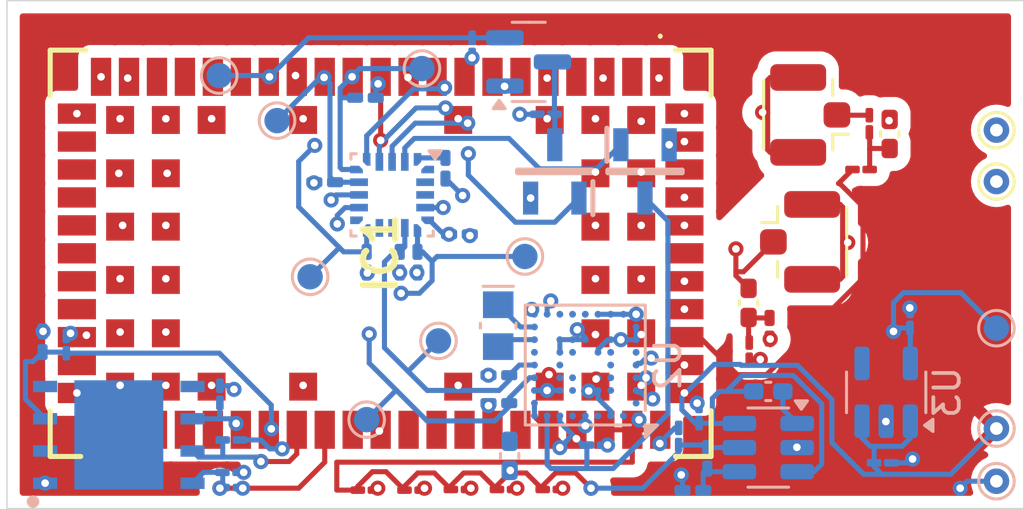
<source format=kicad_pcb>
(kicad_pcb (version 20240108) (generator "pcbnew") (generator_version "8.0")
  (layers (0 "F.Cu" signal) (1 "In1.Cu" power "1.8v") (2 "In2.Cu" power "gnd") (3 "In3.Cu" signal) (4 "In4.Cu" signal) (31 "B.Cu" signal) (34 "B.Paste" user) (35 "F.Paste" user) (36 "B.SilkS" user "B.Silkscreen") (37 "F.SilkS" user "F.Silkscreen") (38 "B.Mask" user) (39 "F.Mask" user) (44 "Edge.Cuts" user))
  (net 0 "")
  (net 1 "GND")
  (net 2 "+1V8")
  (net 3 "Net-(U1-PB9)")
  (net 4 "Net-(U1-PA14)")
  (net 5 "Net-(U1-PA13)")
  (net 12 "Net-(C3-Pad1)")
  (net 13 "Net-(U2-RTC_O)")
  (net 15 "Net-(U2-RTC_I)")
  (net 33 "VCC_FET")
  (net 34 "Net-(Q1-G)")
  (net 36 "Net-(L2-Pad1)")
  (net 37 "LTE_ON")
  (net 38 "Net-(Q2-G)")
  (net 39 "GPS_RF_IN")
  (net 40 "Net-(IC1-SIM_IO)")
  (net 41 "Net-(IC1-SIM_CLK)")
  (net 42 "Net-(IC1-VSIM)")
  (net 43 "Net-(IC1-SIM_RST)")
  (net 44 "+3.3V")
  (net 45 "PWR_ON")
  (net 46 "Net-(C14-Pad2)")
  (net 47 "LTE_RF")
  (net 48 "Net-(J2-In)")
  (net 51 "ST_UART2_LTE_TX")
  (net 64 "ST_UART2_LTE_RX")
  (net 69 "unconnected-(IC1-RSVD_11-Pad49)")
  (net 87 "ST_UART1_GPS_RX")
  (net 88 "ST_UART1_GPS_TX")
  (net 90 "ST_UART2_LTE_CTS")
  (net 91 "ST_UART2_LTE_RTS")
  (net 92 "3.8V")
  (net 93 "Net-(U4-SW)")
  (net 94 "Net-(U4-V_{FB})")
  (footprint "Capacitor_SMD:C_01005_0402Metric_Pad0.57x0.30mm_HandSolder" (layer "F.Cu") (at 147.1 97.15)
    (property "Reference" "C14" (hide yes))
    (property "Value" "15pF" (hide yes))
  )
  (footprint "Capacitor_SMD:C_01005_0402Metric_Pad0.57x0.30mm_HandSolder" (layer "F.Cu") (at 142.7 104.3025 -90)
    (property "Reference" "C3" (hide yes))
    (property "Value" "47pF" (hide yes))
  )
  (footprint "Capacitor_SMD:C_01005_0402Metric_Pad0.57x0.30mm_HandSolder" (layer "F.Cu") (at 131.300001 109.75)
    (property "Reference" "C17" (hide yes))
    (property "Value" "10nF" (hide yes))
  )
  (footprint "Connector_Coaxial:U.FL_Hirose_U.FL-R-SMT-1_Vertical" (layer "F.Cu") (at 145.1 95 180)
    (property "Reference" "J2" (hide yes))
    (property "Value" "Conn_Coaxial" (hide yes))
  )
  (footprint "Capacitor_SMD:C_01005_0402Metric_Pad0.57x0.30mm_HandSolder" (layer "F.Cu") (at 133.1125 109.75)
    (property "Reference" "C16" (hide yes))
    (property "Value" "100nF" (hide yes))
  )
  (footprint "Capacitor_SMD:C_01005_0402Metric_Pad0.57x0.30mm_HandSolder" (layer "F.Cu") (at 134.9125 109.75)
    (property "Reference" "C9" (hide yes))
    (property "Value" "100uF" (hide yes))
  )
  (footprint "sara n3:SARAN31000X" (layer "F.Cu") (at 128.2 100.45 -90)
    (property "Reference" "IC1")
    (property "Value" "SARA-N310-00X" (hide yes))
  )
  (footprint "Resistor_SMD:R_0201_0603Metric_Pad0.64x0.40mm_HandSolder" (layer "F.Cu") (at 143.5 103.4025 90)
    (property "Reference" "R3" (hide yes))
    (property "Value" "10" (hide yes))
  )
  (footprint "Capacitor_SMD:C_01005_0402Metric_Pad0.57x0.30mm_HandSolder" (layer "F.Cu") (at 127.637501 109.775)
    (property "Reference" "C19" (hide yes))
    (property "Value" "15pF" (hide yes))
  )
  (footprint "Capacitor_SMD:C_01005_0402Metric_Pad0.57x0.30mm_HandSolder" (layer "F.Cu") (at 129.475001 109.775)
    (property "Reference" "C18" (hide yes))
    (property "Value" "68pF" (hide yes))
  )
  (footprint "TestPoint:TestPoint_THTPad_D1.0mm_Drill0.5mm" (layer "F.Cu") (at 152.425 95.6)
    (property "Reference" "TP5" (hide yes))
    (property "Value" "SWDIO" (hide yes))
  )
  (footprint "Connector_Coaxial:U.FL_Hirose_U.FL-R-SMT-1_Vertical" (layer "F.Cu") (at 144.7 100)
    (property "Reference" "J1" (hide yes))
    (property "Value" "Conn_Coaxial" (hide yes))
  )
  (footprint "TestPoint:TestPoint_THTPad_D1.0mm_Drill0.5mm" (layer "F.Cu") (at 152.425 97.625 90)
    (property "Reference" "TP4" (hide yes))
    (property "Value" "SWCLK" (hide yes))
  )
  (footprint "Inductor_SMD:L_0402_1005Metric_Pad0.77x0.64mm_HandSolder" (layer "F.Cu") (at 148.225 95.75 90)
    (property "Reference" "L4" (hide yes))
    (property "Value" "39nH" (hide yes))
  )
  (footprint "Inductor_SMD:L_0402_1005Metric_Pad0.77x0.64mm_HandSolder" (layer "F.Cu") (at 142.675 102.4025 -90)
    (property "Reference" "L1" (hide yes))
    (property "Value" "L_Iron" (hide yes))
  )
  (footprint "Capacitor_SMD:C_01005_0402Metric_Pad0.57x0.30mm_HandSolder" (layer "F.Cu") (at 147.425 95.35 90)
    (property "Reference" "C15" (hide yes))
    (property "Value" "33pF" (hide yes))
  )
  (footprint "Resistor_SMD:R_0201_0603Metric_Pad0.64x0.40mm_HandSolder" (layer "B.Cu") (at 140.4825 109.775 180)
    (property "Reference" "R12" (hide yes))
    (property "Value" "50K" (hide yes))
  )
  (footprint "Resistor_SMD:R_0201_0603Metric_Pad0.64x0.40mm_HandSolder" (layer "B.Cu") (at 114.9 103.9325 90)
    (property "Reference" "R6" (hide yes))
    (property "Value" "10k" (hide yes))
  )
  (footprint "TestPoint:TestPoint_Pad_D1.0mm" (layer "B.Cu") (at 127.65 107 180)
    (property "Reference" "TP7" (hide yes))
    (property "Value" "TP_ST_UART1_RX" (hide yes))
  )
  (footprint "Capacitor_SMD:C_01005_0402Metric_Pad0.57x0.30mm_HandSolder" (layer "B.Cu") (at 122.325 109.675)
    (property "Reference" "C7" (hide yes))
    (property "Value" "33pF" (hide yes))
  )
  (footprint "Capacitor_SMD:C_01005_0402Metric_Pad0.57x0.30mm_HandSolder" (layer "B.Cu") (at 121.875 106 90)
    (property "Reference" "C6" (hide yes))
    (property "Value" "33pF" (hide yes))
  )
  (footprint "Capacitor_SMD:C_01005_0402Metric_Pad0.57x0.30mm_HandSolder" (layer "B.Cu") (at 122.325 107.8)
    (property "Reference" "C8" (hide yes))
    (property "Value" "33pF" (hide yes))
  )
  (footprint "TestPoint:TestPoint_Pad_D1.0mm" (layer "B.Cu") (at 121.85 93.45 180)
    (property "Reference" "TP2" (hide yes))
    (property "Value" "TestPoint" (hide yes))
  )
  (footprint "Package_DFN_QFN:ST_UFQFPN-20_3x3mm_P0.5mm" (layer "B.Cu") (at 128.65 98.15 180)
    (property "Reference" "U1" (hide yes))
    (property "Value" "STM32L011F3Ux" (hide yes))
  )
  (footprint "Package_TO_SOT_SMD:SOT-23" (layer "B.Cu") (at 134.025 92.9125)
    (property "Reference" "U7" (hide yes))
    (property "Value" "MCP1703Ax-120xxTT" (hide yes))
  )
  (footprint "TestPoint:TestPoint_Pad_D1.0mm" (layer "B.Cu") (at 129.825 93.175 180)
    (property "Reference" "TP9" (hide yes))
    (property "Value" "TP_ST_UART2_RX" (hide yes))
  )
  (footprint "TestPoint:TestPoint_Pad_D1.0mm" (layer "B.Cu") (at 152.425 103.4 90)
    (property "Reference" "TP6" (hide yes))
    (property "Value" "1V8" (hide yes))
  )
  (footprint "Capacitor_SMD:C_01005_0402Metric_Pad0.57x0.30mm_HandSolder" (layer "B.Cu") (at 122.3125 109.075)
    (property "Reference" "C12" (hide yes))
    (property "Value" "100nF" (hide yes))
  )
  (footprint "Resistor_SMD:R_0201_0603Metric_Pad0.64x0.40mm_HandSolder" (layer "B.Cu") (at 126 97.65 180)
    (property "Reference" "R21" (hide yes))
    (property "Value" "10k" (hide yes))
  )
  (footprint "Resistor_SMD:R_0201_0603Metric_Pad0.64x0.40mm_HandSolder" (layer "B.Cu") (at 128.95 100.8 -90)
    (property "Reference" "R18" (hide yes))
    (property "Value" "10k" (hide yes))
  )
  (footprint "TestPoint:TestPoint_THTPad_D1.0mm_Drill0.5mm" (layer "B.Cu") (at 152.425 109.425 -90)
    (property "Reference" "TP12_GND_OUT1" (hide yes))
    (property "Value" "3v3 In" (hide yes))
  )
  (footprint "TestPoint:TestPoint_Pad_D1.0mm" (layer "B.Cu") (at 124.125 95.225 90)
    (property "Reference" "TP8" (hide yes))
    (property "Value" "TP_ST_UART2_TX" (hide yes))
  )
  (footprint "Resistor_SMD:R_0201_0603Metric_Pad0.64x0.40mm_HandSolder" (layer "B.Cu") (at 129.65 100.8 -90)
    (property "Reference" "R9" (hide yes))
    (property "Value" "10k" (hide yes))
  )
  (footprint "Crystal:Crystal_SMD_MicroCrystal_CM9V-T1A-2Pin_1.6x1.0mm_HandSoldering" (layer "B.Cu") (at 132.825 103.3 -90)
    (property "Reference" "Y1" (hide yes))
    (property "Value" "Crystal" (hide yes))
  )
  (footprint "Capacitor_SMD:C_01005_0402Metric_Pad0.57x0.30mm_HandSolder" (layer "B.Cu") (at 139.925 107.6625 -90)
    (property "Reference" "C20" (hide yes))
    (property "Value" "10uF" (hide yes))
  )
  (footprint "Resistor_SMD:R_0201_0603Metric_Pad0.64x0.40mm_HandSolder" (layer "B.Cu") (at 127.6 94.325)
    (property "Reference" "R22" (hide yes))
    (property "Value" "10k" (hide yes))
  )
  (footprint "Capacitor_SMD:C_01005_0402Metric_Pad0.57x0.30mm_HandSolder" (layer "B.Cu") (at 136.65 108)
    (property "Reference" "C4" (hide yes))
    (property "Value" "0.1uF" (hide yes))
  )
  (footprint "Capacitor_SMD:C_01005_0402Metric_Pad0.57x0.30mm_HandSolder" (layer "B.Cu") (at 147.95 108.7)
    (property "Reference" "C1" (hide yes))
    (property "Value" "1uF" (hide yes))
  )
  (footprint "fet:SOT95P237X112-3N" (layer "B.Cu") (at 135.05 97.225 90)
    (property "Reference" "Q2" (hide yes))
    (property "Value" "SQ2318CES-T1_GE3" (hide yes))
  )
  (footprint "Package_TO_SOT_SMD:SOT-23-6" (layer "B.Cu") (at 143.450001 108.1 180)
    (property "Reference" "U4" (hide yes))
    (property "Value" "TLV61070ADBV" (hide yes))
  )
  (footprint "Package_TO_SOT_SMD:SOT-23-5" (layer "B.Cu") (at 148.0875 105.925 90)
    (property "Reference" "U3")
    (property "Value" "LP5907MFX-1.8" (hide yes))
  )
  (footprint "Capacitor_SMD:C_01005_0402Metric_Pad0.57x0.30mm_HandSolder" (layer "B.Cu") (at 140.725001 106.8 -90)
    (property "Reference" "C13" (hide yes))
    (property "Value" "10uF" (hide yes))
  )
  (footprint "Resistor_SMD:R_0201_0603Metric_Pad0.64x0.40mm_HandSolder" (layer "B.Cu") (at 132.85 106.35)
    (property "Reference" "R1" (hide yes))
    (property "Value" "10K" (hide yes))
  )
  (footprint "TestPoint:TestPoint_Pad_D1.0mm" (layer "B.Cu") (at 125.425 101.375 180)
    (property "Reference" "TP11" (hide yes))
    (property "Value" "TP_ST_UART2_CTS" (hide yes))
  )
  (footprint "esim:SON127P600X500X100-9N" (layer "B.Cu") (at 117.9 107.6)
    (property "Reference" "IC2" (hide yes))
    (property "Value" "ST4SI2M0020TPIFW" (hide yes))
  )
  (footprint "Resistor_SMD:R_0201_0603Metric_Pad0.64x0.40mm_HandSolder" (layer "B.Cu") (at 141.050001 108.52 -90)
    (property "Reference" "R11" (hide yes))
    (property "Value" "330K" (hide yes))
  )
  (footprint "TestPoint:TestPoint_Pad_D1.0mm" (layer "B.Cu") (at 130.475 103.9 180)
    (property "Reference" "TP3" (hide yes))
    (property "Value" "TP_ST_UART1_TX" (hide yes))
  )
  (footprint "Resistor_SMD:R_0201_0603Metric_Pad0.64x0.40mm_HandSolder" (layer "B.Cu") (at 131.3 99.7)
    (property "Reference" "R17" (hide yes))
    (property "Value" "10k" (hide yes))
  )
  (footprint "TestPoint:TestPoint_THTPad_D1.0mm_Drill0.5mm" (layer "B.Cu") (at 152.425 107.35 180)
    (property "Reference" "TP1" (hide yes))
    (property "Value" "3v3 In" (hide yes))
  )
  (footprint "Resistor_SMD:R_0201_0603Metric_Pad0.64x0.40mm_HandSolder" (layer "B.Cu") (at 132.85 105.25)
    (property "Reference" "R2" (hide yes))
    (property "Value" "10K" (hide yes))
  )
  (footprint "Resistor_SMD:R_0201_0603Metric_Pad0.64x0.40mm_HandSolder" (layer "B.Cu") (at 130.75 97.1 -90)
    (property "Reference" "R16" (hide yes))
    (property "Value" "10K" (hide yes))
  )
  (footprint "RF_GPS:ublox_ZOE_M8" (layer "B.Cu") (at 136.25 104.85 90)
    (property "Reference" "U2")
    (property "Value" "ZOE-M8G" (hide yes))
  )
  (footprint "Inductor_SMD:L_0402_1005Metric_Pad0.77x0.64mm_HandSolder" (layer "B.Cu") (at 133.275 108.425 -90)
    (property "Reference" "L2" (hide yes))
    (property "Value" "2.2uH" (hide yes))
  )
  (footprint "Inductor_SMD:L_0402_1005Metric_Pad0.77x0.64mm_HandSolder" (layer "B.Cu") (at 143.450001 105.8875)
    (property "Reference" "L3" (hide yes))
    (property "Value" "1uF" (hide yes))
  )
  (footprint "TestPoint:TestPoint_Pad_D1.0mm" (layer "B.Cu") (at 133.875 100.575 180)
    (property "Reference" "TP10" (hide yes))
    (property "Value" "TP_ST_UART2_RTS" (hide yes))
  )
  (footprint "Capacitor_SMD:C_01005_0402Metric_Pad0.57x0.30mm_HandSolder" (layer "B.Cu") (at 149.025 103.05 90)
    (property "Reference" "C2" (hide yes))
    (property "Value" "1uF" (hide yes))
  )
  (footprint "Capacitor_SMD:C_01005_0402Metric_Pad0.57x0.30mm_HandSolder" (layer "B.Cu") (at 115.834547 104.043506 90)
    (property "Reference" "C5" (hide yes))
    (property "Value" "33pF" (hide yes))
  )
  (footprint "Resistor_SMD:R_0201_0603Metric_Pad0.64x0.40mm_HandSolder" (layer "B.Cu") (at 127.65 100.8 -90)
    (property "Reference" "R10" (hide yes))
    (property "Value" "10k" (hide yes))
  )
  (footprint "Capacitor_SMD:C_01005_0402Metric_Pad0.57x0.30mm_HandSolder" (layer "B.Cu") (at 131.8 92.3 -90)
    (property "Reference" "C11" (hide yes))
    (property "Value" "1uF" (hide yes))
  )
  (footprint "fet:SOT95P237X112-3N" (layer "B.Cu") (at 138.6 97.225 -90)
    (property "Reference" "Q1" (hide yes))
    (property "Value" "SQ2318CES-T1_GE3" (hide yes))
  )
  (footprint "Capacitor_SMD:C_01005_0402Metric_Pad0.57x0.30mm_HandSolder" (layer "B.Cu") (at 134.7 94.975 180)
    (property "Reference" "C10" (hide yes))
    (property "Value" "1uF" (hide yes))
  )
  (gr_line (start 113.5 90.5) (end 153.5 90.5) (stroke (width 0.05)) (layer "Edge.Cuts"))
  (gr_line (start 113.5 90.5) (end 113.5 110.5) (stroke (width 0.05)) (layer "Edge.Cuts"))
  (gr_line (start 153.5 110.5) (end 153.5 90.5) (stroke (width 0.05)) (layer "Edge.Cuts"))
  (gr_line (start 113.5 110.5) (end 153.5 110.5) (stroke (width 0.05)) (layer "Edge.Cuts"))
  (segment (start 138.45 103.6) (end 138.45 103.65) (width 0.2) (layer "F.Cu") (net 1))
  (segment (start 138.45 97.3) (end 138.45 97.25) (width 0.2) (layer "F.Cu") (net 1))
  (segment (start 131.700001 109.75) (end 131.750001 109.7) (width 0.2) (layer "F.Cu") (net 1))
  (segment (start 138.45 105.7) (end 138.45 105.65) (width 0.2) (layer "F.Cu") (net 1))
  (segment (start 131.25 105.7) (end 131.25 105.65) (width 0.2) (layer "F.Cu") (net 1))
  (segment (start 144.625 93.525) (end 143.525 93.525) (width 0.2) (layer "F.Cu") (net 1))
  (segment (start 136.65 99.4) (end 136.65 99.35) (width 0.2) (layer "F.Cu") (net 1))
  (segment (start 136.65 97.3) (end 136.65 97.25) (width 0.2) (layer "F.Cu") (net 1))
  (segment (start 117.95 105.7) (end 117.95 105.65) (width 0.2) (layer "F.Cu") (net 1))
  (segment (start 117.95 103.6) (end 117.95 103.55) (width 0.2) (layer "F.Cu") (net 1))
  (segment (start 119.75 101.5) (end 119.75 101.45) (width 0.2) (layer "F.Cu") (net 1))
  (segment (start 145.175 101.475) (end 146.275 101.475) (width 0.2) (layer "F.Cu") (net 1))
  (segment (start 142.7 104.64) (end 143.121925 104.64) (width 0.2) (layer "F.Cu") (net 1))
  (segment (start 143.121925 104.64) (end 143.134425 104.6275) (width 0.2) (layer "F.Cu") (net 1))
  (segment (start 143.425 94.9) (end 143.225 94.9) (width 0.2) (layer "F.Cu") (net 1))
  (segment (start 134.8 93.5) (end 134.75 93.55) (width 0.2) (layer "F.Cu") (net 1))
  (segment (start 117.95 101.5) (end 117.95 101.45) (width 0.2) (layer "F.Cu") (net 1))
  (segment (start 143.425 96.375) (end 143.525 96.475) (width 0.2) (layer "F.Cu") (net 1))
  (segment (start 136.65 105.7) (end 136.65 105.425) (width 0.2) (layer "F.Cu") (net 1))
  (segment (start 121.55 105.7) (end 121.55 105.65) (width 0.2) (layer "F.Cu") (net 1))
  (segment (start 117.95 97.3) (end 117.9 97.3) (width 0.2) (layer "F.Cu") (net 1))
  (segment (start 134.8 95.2) (end 134.75 95.15) (width 0.2) (layer "F.Cu") (net 1))
  (segment (start 134.85 95.2) (end 134.8 95.2) (width 0.2) (layer "F.Cu") (net 1))
  (segment (start 119.75 97.3) (end 119.8 97.3) (width 0.2) (layer "F.Cu") (net 1))
  (segment (start 119.75 105.7) (end 119.75 105.65) (width 0.2) (layer "F.Cu") (net 1))
  (segment (start 119.75 103.6) (end 119.75 103.55) (width 0.2) (layer "F.Cu") (net 1))
  (segment (start 138.45 95.2) (end 138.45 95.25) (width 0.2) (layer "F.Cu") (net 1))
  (segment (start 148.225 95.2) (end 148.2 95.225) (width 0.2) (layer "F.Cu") (net 1))
  (segment (start 146.375 101.375) (end 146.375 100.025) (width 0.2) (layer "F.Cu") (net 1))
  (segment (start 138.45 101.5) (end 138.45 101.45) (width 0.2) (layer "F.Cu") (net 1))
  (segment (start 137 93.5) (end 136.95 93.55) (width 0.2) (layer "F.Cu") (net 1))
  (segment (start 118 99.4) (end 118.05 99.35) (width 0.2) (layer "F.Cu") (net 1))
  (segment (start 146.375 98.625) (end 146.275 98.525) (width 0.2) (layer "F.Cu") (net 1))
  (segment (start 136.65 95.2) (end 136.65 95.15) (width 0.2) (layer "F.Cu") (net 1))
  (segment (start 146.275 101.475) (end 146.375 101.375) (width 0.2) (layer "F.Cu") (net 1))
  (segment (start 143.525 93.525) (end 143.425 93.625) (width 0.2) (layer "F.Cu") (net 1))
  (segment (start 136.65 103.6) (end 136.65 103.65) (width 0.2) (layer "F.Cu") (net 1))
  (segment (start 139.2 93.5) (end 139.15 93.55) (width 0.2) (layer "F.Cu") (net 1))
  (segment (start 117.95 99.4) (end 118 99.4) (width 0.2) (layer "F.Cu") (net 1))
  (segment (start 143.425 93.625) (end 143.425 94.9) (width 0.2) (layer "F.Cu") (net 1))
  (segment (start 128.2 107.4) (end 128.15 107.45) (width 0.2) (layer "F.Cu") (net 1))
  (segment (start 135.9 107.4) (end 135.9 107.75) (width 0.2) (layer "F.Cu") (net 1))
  (segment (start 135.312499 109.75) (end 135.362499 109.7) (width 0.2) (layer "F.Cu") (net 1))
  (segment (start 143.525 96.475) (end 144.625 96.475) (width 0.2) (layer "F.Cu") (net 1))
  (segment (start 129.812501 109.775) (end 129.85 109.775) (width 0.2) (layer "F.Cu") (net 1))
  (segment (start 131.25 95.2) (end 131.25 95.15) (width 0.2) (layer "F.Cu") (net 1))
  (segment (start 148.225 95.1775) (end 148.225 95.2) (width 0.2) (layer "F.Cu") (net 1))
  (segment (start 128.0125 109.775) (end 128.0875 109.7) (width 0.2) (layer "F.Cu") (net 1))
  (segment (start 134.85 105.7) (end 134.85 105.25) (width 0.2) (layer "F.Cu") (net 1))
  (segment (start 134.85 105.25) (end 134.825 105.225) (width 0.2) (layer "F.Cu") (net 1))
  (segment (start 129.85 109.775) (end 129.925 109.7) (width 0.2) (layer "F.Cu") (net 1))
  (segment (start 127.975001 109.775) (end 128.0125 109.775) (width 0.2) (layer "F.Cu") (net 1))
  (segment (start 133.45 109.75) (end 133.512499 109.75) (width 0.2) (layer "F.Cu") (net 1))
  (segment (start 146.375 100.025) (end 146.575 100.025) (width 0.2) (layer "F.Cu") (net 1))
  (segment (start 118.3 93.5) (end 118.25 93.55) (width 0.2) (layer "F.Cu") (net 1))
  (segment (start 124.9 93.5) (end 124.85 93.45) (width 0.2) (layer "F.Cu") (net 1))
  (segment (start 131.637501 109.75) (end 131.700001 109.75) (width 0.2) (layer "F.Cu") (net 1))
  (segment (start 119.75 95.2) (end 119.75 95.15) (width 0.2) (layer "F.Cu") (net 1))
  (segment (start 119.75 99.4) (end 119.75 99.35) (width 0.2) (layer "F.Cu") (net 1))
  (segment (start 146.275 98.525) (end 145.175 98.525) (width 0.2) (layer "F.Cu") (net 1))
  (segment (start 136.65 101.5) (end 136.65 101.45) (width 0.2) (layer "F.Cu") (net 1))
  (segment (start 136.65 105.425) (end 136.675 105.4) (width 0.2) (layer "F.Cu") (net 1))
  (segment (start 146.375 100.025) (end 146.375 98.625) (width 0.2) (layer "F.Cu") (net 1))
  (segment (start 125.15 105.7) (end 125.15 105.65) (width 0.2) (layer "F.Cu") (net 1))
  (segment (start 138.45 99.4) (end 138.45 99.35) (width 0.2) (layer "F.Cu") (net 1))
  (segment (start 125.15 95.2) (end 125.15 95.15) (width 0.2) (layer "F.Cu") (net 1))
  (segment (start 133.512499 109.75) (end 133.562499 109.7) (width 0.2) (layer "F.Cu") (net 1))
  (segment (start 121.55 95.2) (end 121.55 95.15) (width 0.2) (layer "F.Cu") (net 1))
  (segment (start 117.95 95.2) (end 117.95 95.15) (width 0.2) (layer "F.Cu") (net 1))
  (segment (start 143.425 94.9) (end 143.425 96.375) (width 0.2) (layer "F.Cu") (net 1))
  (segment (start 135.25 109.75) (end 135.312499 109.75) (width 0.2) (layer "F.Cu") (net 1))
  (via blind (at 135.362499 109.7) (size 0.6) (drill 0.3) (layers "F.Cu" "In2.Cu") (net 1))
  (via blind (at 119.75 95.15) (size 0.6) (drill 0.3) (layers "F.Cu" "In2.Cu") (net 1))
  (via blind (at 138.45 105.65) (size 0.6) (drill 0.3) (layers "F.Cu" "In2.Cu") (net 1))
  (via blind (at 140.15 101.55) (size 0.6) (drill 0.3) (layers "F.Cu" "In2.Cu") (net 1))
  (via blind (at 136.65 103.65) (size 0.6) (drill 0.3) (layers "F.Cu" "In2.Cu") (net 1))
  (via blind (at 148.2 95.225) (size 0.6) (drill 0.3) (layers "F.Cu" "In2.Cu") (net 1))
  (via blind (at 119.8 97.3) (size 0.6) (drill 0.3) (layers "F.Cu" "In2.Cu") (net 1))
  (via blind (at 128.0875 109.7) (size 0.6) (drill 0.3) (layers "F.Cu" "In2.Cu") (net 1))
  (via blind (at 131.750001 109.7) (size 0.6) (drill 0.3) (layers "F.Cu" "In2.Cu") (net 1))
  (via blind (at 129.925 109.7) (size 0.6) (drill 0.3) (layers "F.Cu" "In2.Cu") (net 1))
  (via blind (at 139.15 93.55) (size 0.6) (drill 0.3) (layers "F.Cu" "In2.Cu") (net 1))
  (via blind (at 124.85 93.45) (size 0.6) (drill 0.3) (layers "F.Cu" "In2.Cu") (net 1))
  (via blind (at 136.65 97.25) (size 0.6) (drill 0.3) (layers "F.Cu" "In2.Cu") (net 1))
  (via blind (at 118.05 99.35) (size 0.6) (drill 0.3) (layers "F.Cu" "In2.Cu") (net 1))
  (via blind (at 140.15 105.95) (size 0.6) (drill 0.3) (layers "F.Cu" "In2.Cu") (net 1))
  (via blind (at 117.95 95.15) (size 0.6) (drill 0.3) (layers "F.Cu" "In2.Cu") (net 1))
  (via blind (at 131.25 105.65) (size 0.6) (drill 0.3) (layers "F.Cu" "In2.Cu") (net 1))
  (via blind (at 136.95 93.55) (size 0.6) (drill 0.3) (layers "F.Cu" "In2.Cu") (net 1))
  (via blind (at 119.75 101.45) (size 0.6) (drill 0.3) (layers "F.Cu" "In2.Cu") (net 1))
  (via blind (at 138.45 97.25) (size 0.6) (drill 0.3) (layers "F.Cu" "In2.Cu") (net 1))
  (via blind (at 117.95 103.55) (size 0.6) (drill 0.3) (layers "F.Cu" "In2.Cu") (net 1))
  (via blind (at 146.575 100.025) (size 0.6) (drill 0.3) (layers "F.Cu" "In2.Cu") (net 1))
  (via blind (at 119.75 105.65) (size 0.6) (drill 0.3) (layers "F.Cu" "In2.Cu") (net 1))
  (via blind (at 136.65 95.15) (size 0.6) (drill 0.3) (layers "F.Cu" "In2.Cu") (net 1))
  (via blind (at 140.15 98.25) (size 0.6) (drill 0.3) (layers "F.Cu" "In2.Cu") (net 1))
  (via blind (at 136.65 101.45) (size 0.6) (drill 0.3) (layers "F.Cu" "In2.Cu") (net 1))
  (via blind (at 125.15 95.15) (size 0.6) (drill 0.3) (layers "F.Cu" "In2.Cu") (net 1))
  (via blind (at 121.55 95.15) (size 0.6) (drill 0.3) (layers "F.Cu" "In2.Cu") (net 1))
  (via blind (at 116.625 103.675) (size 0.6) (drill 0.3) (layers "F.Cu" "In2.Cu") (net 1))
  (via blind (at 125.15 105.65) (size 0.6) (drill 0.3) (layers "F.Cu" "In2.Cu") (net 1))
  (via blind (at 117.95 101.45) (size 0.6) (drill 0.3) (layers "F.Cu" "In2.Cu") (net 1))
  (via blind (at 131.25 95.15) (size 0.6) (drill 0.3) (layers "F.Cu" "In2.Cu") (net 1))
  (via blind (at 143.225 94.9) (size 0.6) (drill 0.3) (layers "F.Cu" "In2.Cu") (net 1))
  (via blind (at 118.25 93.55) (size 0.6) (drill 0.3) (layers "F.Cu" "In2.Cu") (net 1))
  (via blind (at 143.134425 104.6275) (size 0.6) (drill 0.3) (layers "F.Cu" "In2.Cu") (net 1))
  (via blind (at 116.25 105.95) (size 0.6) (drill 0.3) (layers "F.Cu" "In2.Cu") (net 1))
  (via blind (at 117.95 105.65) (size 0.6) (drill 0.3) (layers "F.Cu" "In2.Cu") (net 1))
  (via blind (at 133.562499 109.7) (size 0.6) (drill 0.3) (layers "F.Cu" "In2.Cu") (net 1))
  (via blind (at 117.2 93.5) (size 0.6) (drill 0.3) (layers "F.Cu" "In2.Cu") (net 1))
  (via blind (at 134.75 93.55) (size 0.6) (drill 0.3) (layers "F.Cu" "In2.Cu") (net 1))
  (via blind (at 121.55 105.65) (size 0.6) (drill 0.3) (layers "F.Cu" "In2.Cu") (net 1))
  (via blind (at 117.9 97.3) (size 0.6) (drill 0.3) (layers "F.Cu" "In2.Cu") (net 1))
  (via blind (at 136.675 105.4) (size 0.6) (drill 0.3) (layers "F.Cu" "In2.Cu") (net 1))
  (via blind (at 138.45 99.35) (size 0.6) (drill 0.3) (layers "F.Cu" "In2.Cu") (net 1))
  (via blind (at 140.15 102.65) (size 0.6) (drill 0.3) (layers "F.Cu" "In2.Cu") (net 1))
  (via blind (at 128.15 107.45) (size 0.6) (drill 0.3) (layers "F.Cu" "In2.Cu") (net 1))
  (via blind (at 138.45 103.65) (size 0.6) (drill 0.3) (layers "F.Cu" "In2.Cu") (net 1))
  (via blind (at 134.825 105.225) (size 0.6) (drill 0.3) (layers "F.Cu" "In2.Cu") (net 1))
  (via blind (at 134.75 95.15) (size 0.6) (drill 0.3) (layers "F.Cu" "In2.Cu") (net 1))
  (via blind (at 136.65 99.35) (size 0.6) (drill 0.3) (layers "F.Cu" "In2.Cu") (net 1))
  (via blind (at 140.15 94.95) (size 0.6) (drill 0.3) (layers "F.Cu" "In2.Cu") (net 1))
  (via blind (at 140.15 104.85) (size 0.6) (drill 0.3) (layers "F.Cu" "In2.Cu") (net 1))
  (via blind (at 116.25 94.95) (size 0.6) (drill 0.3) (layers "F.Cu" "In2.Cu") (net 1))
  (via blind (at 138.45 101.45) (size 0.6) (drill 0.3) (layers "F.Cu" "In2.Cu") (net 1))
  (via blind (at 140.15 99.35) (size 0.6) (drill 0.3) (layers "F.Cu" "In2.Cu") (net 1))
  (via blind (at 119.75 99.35) (size 0.6) (drill 0.3) (layers "F.Cu" "In2.Cu") (net 1))
  (via blind (at 135.9 107.75) (size 0.6) (drill 0.3) (layers "F.Cu" "In2.Cu") (net 1))
  (via blind (at 140.15 96.05) (size 0.6) (drill 0.3) (layers "F.Cu" "In2.Cu") (net 1))
  (via blind (at 119.75 103.55) (size 0.6) (drill 0.3) (layers "F.Cu" "In2.Cu") (net 1))
  (via blind (at 138.45 95.25) (size 0.6) (drill 0.3) (layers "F.Cu" "In2.Cu") (net 1))
  (via blind (at 134.75 105.85) (size 0.6) (drill 0.3) (layers "In2.Cu" "B.Cu") (net 1))
  (via blind (at 135.934888 103.457491) (size 0.6) (drill 0.3) (layers "In2.Cu" "B.Cu") (net 1))
  (via blind (at 139.55 96.175) (size 0.6) (drill 0.3) (layers "In2.Cu" "B.Cu") (net 1))
  (via blind (at 136.250001 107.241443) (size 0.6) (drill 0.3) (layers "In2.Cu" "B.Cu") (net 1))
  (via blind (at 134.144375 102.659093) (size 0.6) (drill 0.3) (layers "In2.Cu" "B.Cu") (net 1))
  (via blind (at 133.675 94.975) (size 0.6) (drill 0.3) (layers "In2.Cu" "B.Cu") (net 1))
  (via blind (at 126.495 99.292402) (size 0.6) (drill 0.3) (layers "In2.Cu" "B.Cu") (net 1))
  (via blind (at 139.181674 107.941855) (size 0.6) (drill 0.3) (layers "In2.Cu" "B.Cu") (net 1))
  (via blind (at 149.015547 102.600001) (size 0.6) (drill 0.3) (layers "In2.Cu" "B.Cu") (net 1))
  (via blind (at 122.775 109.7) (size 0.6) (drill 0.3) (layers "In2.Cu" "B.Cu") (net 1))
  (via blind (at 140.650001 106.350001) (size 0.6) (drill 0.3) (layers "In2.Cu" "B.Cu") (net 1))
  (via blind (at 122.430009 105.808411) (size 0.6) (drill 0.3) (layers "In2.Cu" "B.Cu") (net 1))
  (via blind (at 138.902161 106.184372) (size 0.6) (drill 0.3) (layers "In2.Cu" "B.Cu") (net 1))
  (via blind (at 131.794448 92.75) (size 0.6) (drill 0.3) (layers "In2.Cu" "B.Cu") (net 1))
  (via blind (at 138.365453 107.006353) (size 0.6) (drill 0.3) (layers "In2.Cu" "B.Cu") (net 1))
  (via blind (at 144.575001 108.0875) (size 0.6) (drill 0.3) (layers "In2.Cu" "B.Cu") (net 1))
  (via blind (at 140.025 109.175) (size 0.6) (drill 0.3) (layers "In2.Cu" "B.Cu") (net 1))
  (via blind (at 136.384703 105.869409) (size 0.6) (drill 0.3) (layers "In2.Cu" "B.Cu") (net 1))
  (via blind (at 148.075 107.075) (size 0.6) (drill 0.3) (layers "In2.Cu" "B.Cu") (net 1))
  (via blind (at 133.075 93.875) (size 0.6) (drill 0.3) (layers "In2.Cu" "B.Cu") (net 1))
  (via blind (at 149.125 108.55) (size 0.6) (drill 0.3) (layers "In2.Cu" "B.Cu") (net 1))
  (via blind (at 138.25 102.85) (size 0.6) (drill 0.3) (layers "In2.Cu" "B.Cu") (net 1))
  (via blind (at 134.1 98.275) (size 0.6) (drill 0.3) (layers "In2.Cu" "B.Cu") (net 1))
  (via blind (at 115 109.5) (size 0.6) (drill 0.3) (layers "In2.Cu" "B.Cu") (net 1))
  (via blind (at 131.425 98.175) (size 0.6) (drill 0.3) (layers "In2.Cu" "B.Cu") (net 1))
  (via blind (at 116 103.6) (size 0.6) (drill 0.3) (layers "In2.Cu" "B.Cu") (net 1))
  (via blind (at 137.125 108) (size 0.6) (drill 0.3) (layers "In2.Cu" "B.Cu") (net 1))
  (via blind (at 138.84345 104.575924) (size 0.6) (drill 0.3) (layers "In2.Cu" "B.Cu") (net 1))
  (via blind (at 124.325 108.15) (size 0.6) (drill 0.3) (layers "In2.Cu" "B.Cu") (net 1))
  (via blind (at 122.8125 109.075) (size 0.6) (drill 0.3) (layers "In2.Cu" "B.Cu") (net 1))
  (via blind (at 137.65 103.85) (size 0.6) (drill 0.3) (layers "In2.Cu" "B.Cu") (net 1))
  (via blind (at 151 109.7) (size 0.6) (drill 0.3) (layers "In2.Cu" "B.Cu") (net 1))
  (segment (start 136.75 106.159082) (end 136.75 105.85) (width 0.2) (layer "B.Cu") (net 1))
  (segment (start 136.75 102.85) (end 137.25 102.85) (width 0.2) (layer "B.Cu") (net 1))
  (segment (start 122.987248 107.8) (end 123.486599 107.8) (width 0.2) (layer "B.Cu") (net 1))
  (segment (start 136.25 105.85) (end 136.365294 105.85) (width 0.2) (layer "B.Cu") (net 1))
  (segment (start 122.6625 107.8) (end 122.987248 107.8) (width 0.2) (layer "B.Cu") (net 1))
  (segment (start 140.075 109.225) (end 140.025 109.175) (width 0.2) (layer "B.Cu") (net 1))
  (segment (start 135.75 103.85) (end 136.25 103.85) (width 0.2) (layer "B.Cu") (net 1))
  (segment (start 138.25 104.85) (end 138.315 104.785) (width 0.2) (layer "B.Cu") (net 1))
  (segment (start 138.430183 104.785) (end 138.639259 104.575924) (width 0.2) (layer "B.Cu") (net 1))
  (segment (start 122.75 109.675) (end 122.775 109.7) (width 0.2) (layer "B.Cu") (net 1))
  (segment (start 135.25 105.85) (end 134.75 105.85) (width 0.2) (layer "B.Cu") (net 1))
  (segment (start 137.134817 103.85) (end 137.25 103.85) (width 0.2) (layer "B.Cu") (net 1))
  (segment (start 136.9875 107.875) (end 137.125 107.875) (width 0.2) (layer "B.Cu") (net 1))
  (segment (start 136.75 104.234817) (end 137.134817 103.85) (width 0.2) (layer "B.Cu") (net 1))
  (segment (start 126.495 98.955) (end 126.495 99.292402) (width 0.2) (layer "B.Cu") (net 1))
  (segment (start 133.0875 93.8625) (end 133.075 93.875) (width 0.2) (layer "B.Cu") (net 1))
  (segment (start 136.75 105.85) (end 136.25 105.85) (width 0.2) (layer "B.Cu") (net 1))
  (segment (start 136.25 103.772603) (end 135.934888 103.457491) (width 0.2) (layer "B.Cu") (net 1))
  (segment (start 123.486599 107.8) (end 123.836599 108.15) (width 0.2) (layer "B.Cu") (net 1))
  (segment (start 138.25 103.35) (end 138.25 103.85) (width 0.2) (layer "B.Cu") (net 1))
  (segment (start 134.25 102.764718) (end 134.144375 102.659093) (width 0.2) (layer "B.Cu") (net 1))
  (segment (start 152.425 109.425) (end 151.275 109.425) (width 0.2) (layer "B.Cu") (net 1))
  (segment (start 138.315 104.785) (end 138.430183 104.785) (width 0.2) (layer "B.Cu") (net 1))
  (segment (start 136.75 104.35) (end 136.75 104.234817) (width 0.2) (layer "B.Cu") (net 1))
  (segment (start 140.725001 106.4625) (end 140.725001 106.425001) (width 0.2) (layer "B.Cu") (net 1))
  (segment (start 148.975 108.7) (end 149.125 108.55) (width 0.2) (layer "B.Cu") (net 1))
  (segment (start 138.25 106.85) (end 138.25 106.8909) (width 0.2) (layer "B.Cu") (net 1))
  (segment (start 148.2875 108.7) (end 148.975 108.7) (width 0.2) (layer "B.Cu") (net 1))
  (segment (start 115.893994 103.706006) (end 116 103.6) (width 0.2) (layer "B.Cu") (net 1))
  (segment (start 138.430183 105.915) (end 138.699555 106.184372) (width 0.2) (layer "B.Cu") (net 1))
  (segment (start 135.25 104.35) (end 135.25 103.85) (width 0.2) (layer "B.Cu") (net 1))
  (segment (start 139.181674 107.918327) (end 139.181674 107.941855) (width 0.2) (layer "B.Cu") (net 1))
  (segment (start 122.6625 109.675) (end 122.75 109.675) (width 0.2) (layer "B.Cu") (net 1))
  (segment (start 130.75 97.5075) (end 130.7575 97.5075) (width 0.2) (layer "B.Cu") (net 1))
  (segment (start 138.699555 106.184372) (end 138.902161 106.184372) (width 0.2) (layer "B.Cu") (net 1))
  (segment (start 134.3625 94.975) (end 133.675 94.975) (width 0.2) (layer "B.Cu") (net 1))
  (segment (start 131.8 92.744448) (end 131.794448 92.75) (width 0.2) (layer "B.Cu") (net 1))
  (segment (start 121.875 105.6625) (end 122.284098 105.6625) (width 0.2) (layer "B.Cu") (net 1))
  (segment (start 137.25 103.85) (end 137.65 103.85) (width 0.2) (layer "B.Cu") (net 1))
  (segment (start 130.7575 97.5075) (end 131.425 98.175) (width 0.2) (layer "B.Cu") (net 1))
  (segment (start 137.75 102.85) (end 138.25 102.85) (width 0.2) (layer "B.Cu") (net 1))
  (segment (start 138.25 106.8909) (end 138.365453 107.006353) (width 0.2) (layer "B.Cu") (net 1))
  (segment (start 140.075 109.775) (end 140.075 109.225) (width 0.2) (layer "B.Cu") (net 1))
  (segment (start 134.25 105.85) (end 134.75 105.85) (width 0.2) (layer "B.Cu") (net 1))
  (segment (start 148.0875 107.0625) (end 148.075 107.075) (width 0.2) (layer "B.Cu") (net 1))
  (segment (start 137.25 102.85) (end 137.75 102.85) (width 0.2) (layer "B.Cu") (net 1))
  (segment (start 123.836599 108.15) (end 124.325 108.15) (width 0.2) (layer "B.Cu") (net 1))
  (segment (start 151.275 109.425) (end 151 109.7) (width 0.2) (layer "B.Cu") (net 1))
  (segment (start 136.25 106.85) (end 136.25 107.241442) (width 0.2) (layer "B.Cu") (net 1))
  (segment (start 144.587501 108.1) (end 144.575001 108.0875) (width 0.2) (layer "B.Cu") (net 1))
  (segment (start 134.25 102.85) (end 134.25 102.764718) (width 0.2) (layer "B.Cu") (net 1))
  (segment (start 137.25 106.659082) (end 136.75 106.159082) (width 0.2) (layer "B.Cu") (net 1))
  (segment (start 115 109.505) (end 115 109.5) (width 0.2) (layer "B.Cu") (net 1))
  (segment (start 127.35 98.65) (end 126.8 98.65) (width 0.2) (layer "B.Cu") (net 1))
  (segment (start 149.025 102.609454) (end 149.015547 102.600001) (width 0.2) (layer "B.Cu") (net 1))
  (segment (start 139.775001 107.325) (end 139.181674 107.918327) (width 0.2) (layer "B.Cu") (net 1))
  (segment (start 136.365294 105.85) (end 136.384703 105.869409) (width 0.2) (layer "B.Cu") (net 1))
  (segment (start 135.25 103.85) (end 135.75 103.85) (width 0.2) (layer "B.Cu") (net 1))
  (segment (start 149.025 102.7125) (end 149.025 102.609454) (width 0.2) (layer "B.Cu") (net 1))
  (segment (start 138.25 105.85) (end 138.315 105.915) (width 0.2) (layer "B.Cu") (net 1))
  (segment (start 136.25 107.241442) (end 136.250001 107.241443) (width 0.2) (layer "B.Cu") (net 1))
  (segment (start 115.834547 103.706006) (end 115.893994 103.706006) (width 0.2) (layer "B.Cu") (net 1))
  (segment (start 136.25 103.85) (end 136.25 103.772603) (width 0.2) (layer "B.Cu") (net 1))
  (segment (start 122.284098 105.6625) (end 122.430009 105.808411) (width 0.2) (layer "B.Cu") (net 1))
  (segment (start 139.925 107.325) (end 139.775001 107.325) (width 0.2) (layer "B.Cu") (net 1))
  (segment (start 138.315 105.915) (end 138.430183 105.915) (width 0.2) (layer "B.Cu") (net 1))
  (segment (start 140.725001 106.425001) (end 140.650001 106.350001) (width 0.2) (layer "B.Cu") (net 1))
  (segment (start 137.25 106.85) (end 137.25 106.659082) (width 0.2) (layer "B.Cu") (net 1))
  (segment (start 138.639259 104.575924) (end 138.84345 104.575924) (width 0.2) (layer "B.Cu") (net 1))
  (segment (start 126.8 98.65) (end 126.495 98.955) (width 0.2) (layer "B.Cu") (net 1))
  (segment (start 138.25 103.85) (end 137.65 103.85) (width 0.2) (layer "B.Cu") (net 1))
  (segment (start 131.8 92.6375) (end 131.8 92.744448) (width 0.2) (layer "B.Cu") (net 1))
  (segment (start 143.5 104.0375) (end 143.5075 104.0375) (width 0.2) (layer "F.Cu") (net 2))
  (segment (start 143.5075 104.0375) (end 143.525 104.055) (width 0.2) (layer "F.Cu") (net 2))
  (via blind (at 143.525 103.8275) (size 0.6) (drill 0.3) (layers "F.Cu" "In1.Cu") (net 2))
  (via blind (at 128.1 93.775) (size 0.6) (drill 0.3) (layers "In1.Cu" "B.Cu") (net 2))
  (via blind (at 132.44 106.45) (size 0.6) (drill 0.3) (layers "In1.Cu" "B.Cu") (net 2))
  (via blind (at 132.44 105.25) (size 0.6) (drill 0.3) (layers "In1.Cu" "B.Cu") (net 2))
  (via blind (at 134.892195 102.325402) (size 0.6) (drill 0.3) (layers "In1.Cu" "B.Cu") (net 2))
  (via blind (at 129.625 101.21) (size 0.6) (drill 0.3) (layers "In1.Cu" "B.Cu") (net 2))
  (via blind (at 148.375 103.525) (size 0.6) (drill 0.3) (layers "In1.Cu" "B.Cu") (net 2))
  (via blind (at 114.919872 103.5225) (size 0.6) (drill 0.3) (layers "In1.Cu" "B.Cu") (net 2))
  (via blind (at 130.660717 98.646575) (size 0.6) (drill 0.3) (layers "In1.Cu" "B.Cu") (net 2))
  (via blind (at 126.251472 98.35) (size 0.6) (drill 0.3) (layers "In1.Cu" "B.Cu") (net 2))
  (via blind (at 125.575 97.675) (size 0.6) (drill 0.3) (layers "In1.Cu" "B.Cu") (net 2))
  (via blind (at 127.675 101.225) (size 0.6) (drill 0.3) (layers "In1.Cu" "B.Cu") (net 2))
  (via blind (at 131.71 99.752696) (size 0.6) (drill 0.3) (layers "In1.Cu" "B.Cu") (net 2))
  (via blind (at 128.95 101.21) (size 0.6) (drill 0.3) (layers "In1.Cu" "B.Cu") (net 2))
  (segment (start 149.0375 104.7875) (end 149.0375 103.4) (width 0.2) (layer "B.Cu") (net 2))
  (segment (start 131.7075 99.750196) (end 131.71 99.752696) (width 0.2) (layer "B.Cu") (net 2))
  (segment (start 114.9 103.525) (end 114.917372 103.525) (width 0.2) (layer "B.Cu") (net 2))
  (segment (start 127.35 98.15) (end 126.451472 98.15) (width 0.2) (layer "B.Cu") (net 2))
  (segment (start 148.375 102.392019) (end 148.767018 102.000001) (width 0.2) (layer "B.Cu") (net 2))
  (segment (start 132.4425 106.4475) (end 132.44 106.45) (width 0.2) (layer "B.Cu") (net 2))
  (segment (start 128.0075 93.8675) (end 128.1 93.775) (width 0.2) (layer "B.Cu") (net 2))
  (segment (start 132.4425 105.25) (end 132.44 105.25) (width 0.2) (layer "B.Cu") (net 2))
  (segment (start 128.0075 94.325) (end 128.0075 93.8675) (width 0.2) (layer "B.Cu") (net 2))
  (segment (start 128.95 101.2075) (end 128.95 101.21) (width 0.2) (layer "B.Cu") (net 2))
  (segment (start 127.65 101.2075) (end 127.6575 101.2075) (width 0.2) (layer "B.Cu") (net 2))
  (segment (start 148.767018 102.000001) (end 151.025001 102.000001) (width 0.2) (layer "B.Cu") (net 2))
  (segment (start 130.657292 98.65) (end 130.660717 98.646575) (width 0.2) (layer "B.Cu") (net 2))
  (segment (start 125.5925 97.6575) (end 125.575 97.675) (width 0.2) (layer "B.Cu") (net 2))
  (segment (start 148.375 103.525) (end 148.375 102.392019) (width 0.2) (layer "B.Cu") (net 2))
  (segment (start 131.7075 99.7) (end 131.7075 99.750196) (width 0.2) (layer "B.Cu") (net 2))
  (segment (start 114.917372 103.525) (end 114.919872 103.5225) (width 0.2) (layer "B.Cu") (net 2))
  (segment (start 125.5925 97.65) (end 125.5925 97.6575) (width 0.2) (layer "B.Cu") (net 2))
  (segment (start 149.025 103.3875) (end 148.5125 103.3875) (width 0.2) (layer "B.Cu") (net 2))
  (segment (start 129.6275 101.2075) (end 129.625 101.21) (width 0.2) (layer "B.Cu") (net 2))
  (segment (start 148.475 103.425) (end 148.375 103.525) (width 0.2) (layer "B.Cu") (net 2))
  (segment (start 132.4425 106.35) (end 132.4425 106.4475) (width 0.2) (layer "B.Cu") (net 2))
  (segment (start 129.65 101.2075) (end 129.6275 101.2075) (width 0.2) (layer "B.Cu") (net 2))
  (segment (start 129.95 98.65) (end 130.657292 98.65) (width 0.2) (layer "B.Cu") (net 2))
  (segment (start 151.025001 102.000001) (end 152.425 103.4) (width 0.2) (layer "B.Cu") (net 2))
  (segment (start 148.5125 103.3875) (end 148.475 103.425) (width 0.2) (layer "B.Cu") (net 2))
  (segment (start 134.75 102.467597) (end 134.892195 102.325402) (width 0.2) (layer "B.Cu") (net 2))
  (segment (start 126.451472 98.15) (end 126.251472 98.35) (width 0.2) (layer "B.Cu") (net 2))
  (segment (start 134.75 102.85) (end 134.75 102.467597) (width 0.2) (layer "B.Cu") (net 2))
  (segment (start 149.0375 103.4) (end 149.025 103.3875) (width 0.2) (layer "B.Cu") (net 2))
  (segment (start 127.6575 101.2075) (end 127.675 101.225) (width 0.2) (layer "B.Cu") (net 2))
  (segment (start 129.6675 96.6925) (end 129.65 96.675) (width 0.2) (layer "B.Cu") (net 3))
  (segment (start 130.75 96.6925) (end 129.6675 96.6925) (width 0.2) (layer "B.Cu") (net 3))
  (via blind (at 130.75 94.725) (size 0.6) (drill 0.3) (layers "In4.Cu" "B.Cu") (net 4))
  (segment (start 129.593628 94.725) (end 130.75 94.725) (width 0.2) (layer "B.Cu") (net 4))
  (segment (start 128.15 96.168628) (end 129.593628 94.725) (width 0.2) (layer "B.Cu") (net 4))
  (segment (start 128.15 96.85) (end 128.15 96.168628) (width 0.2) (layer "B.Cu") (net 4))
  (via blind (at 130.716696 93.925691) (size 0.6) (drill 0.3) (layers "In4.Cu" "B.Cu") (net 5))
  (segment (start 127.65 95.820098) (end 129.495098 93.975) (width 0.2) (layer "B.Cu") (net 5))
  (segment (start 130.667387 93.975) (end 130.716696 93.925691) (width 0.2) (layer "B.Cu") (net 5))
  (segment (start 129.495098 93.975) (end 130.667387 93.975) (width 0.2) (layer "B.Cu") (net 5))
  (segment (start 127.65 96.675) (end 127.65 95.820098) (width 0.2) (layer "B.Cu") (net 5))
  (segment (start 143.5 102.995) (end 142.695 102.995) (width 0.2) (layer "F.Cu") (net 12))
  (segment (start 142.675 102.975) (end 142.675 103.94) (width 0.2) (layer "F.Cu") (net 12))
  (segment (start 142.675 103.94) (end 142.7 103.965) (width 0.2) (layer "F.Cu") (net 12))
  (segment (start 142.695 102.995) (end 142.675 102.975) (width 0.2) (layer "F.Cu") (net 12))
  (segment (start 132.825 102.475) (end 133.7 103.35) (width 0.2) (layer "B.Cu") (net 13))
  (segment (start 133.7 103.35) (end 134.25 103.35) (width 0.2) (layer "B.Cu") (net 13))
  (segment (start 134.25 103.85) (end 133.1 103.85) (width 0.2) (layer "B.Cu") (net 15))
  (segment (start 133.1 103.85) (end 132.825 104.125) (width 0.2) (layer "B.Cu") (net 15))
  (via blind (at 133.3 109) (size 0.6) (drill 0.3) (layers "In3.Cu" "B.Cu") (net 33))
  (via blind (at 135.25 108.1) (size 0.6) (drill 0.3) (layers "In3.Cu" "B.Cu") (net 33))
  (segment (start 135.725001 107.624999) (end 135.775001 107.624999) (width 0.2) (layer "B.Cu") (net 33))
  (segment (start 135.25 108.1) (end 135.725001 107.624999) (width 0.2) (layer "B.Cu") (net 33))
  (segment (start 133.2975 108.9975) (end 133.3 109) (width 0.2) (layer "B.Cu") (net 33))
  (segment (start 139.502161 99.177161) (end 139.502161 106.772839) (width 0.2) (layer "B.Cu") (net 33))
  (segment (start 135.25 106.85) (end 135.25 107.099999) (width 0.2) (layer "B.Cu") (net 33))
  (segment (start 136.3125 108.9125) (end 136.325 108.925) (width 0.2) (layer "B.Cu") (net 33))
  (segment (start 139.502161 106.772839) (end 137.35 108.925) (width 0.2) (layer "B.Cu") (net 33))
  (segment (start 136.325 108.925) (end 134.9 108.925) (width 0.2) (layer "B.Cu") (net 33))
  (segment (start 134.75 106.85) (end 134.75 108.775) (width 0.2) (layer "B.Cu") (net 33))
  (segment (start 135.25 107.099999) (end 135.775001 107.624999) (width 0.2) (layer "B.Cu") (net 33))
  (segment (start 135.775001 107.624999) (end 136.150002 108) (width 0.2) (layer "B.Cu") (net 33))
  (segment (start 137.35 108.925) (end 136.325 108.925) (width 0.2) (layer "B.Cu") (net 33))
  (segment (start 138.6 98.275) (end 139.502161 99.177161) (width 0.2) (layer "B.Cu") (net 33))
  (segment (start 136.150002 108) (end 136.3125 108) (width 0.2) (layer "B.Cu") (net 33))
  (segment (start 134.9 108.925) (end 134.75 108.775) (width 0.2) (layer "B.Cu") (net 33))
  (segment (start 133.275 108.9975) (end 133.2975 108.9975) (width 0.2) (layer "B.Cu") (net 33))
  (segment (start 136.3125 108) (end 136.3125 108.9125) (width 0.2) (layer "B.Cu") (net 33))
  (segment (start 134.45 97.125) (end 136.7 97.125) (width 0.2) (layer "B.Cu") (net 34))
  (segment (start 129.15 96.3) (end 129.525 95.925) (width 0.2) (layer "B.Cu") (net 34))
  (segment (start 129.525 95.925) (end 133.25 95.925) (width 0.2) (layer "B.Cu") (net 34))
  (segment (start 136.7 97.125) (end 137.65 96.175) (width 0.2) (layer "B.Cu") (net 34))
  (segment (start 129.15 96.85) (end 129.15 96.3) (width 0.2) (layer "B.Cu") (net 34))
  (segment (start 133.25 95.925) (end 134.45 97.125) (width 0.2) (layer "B.Cu") (net 34))
  (segment (start 134.25 106.85) (end 134.25 106.8775) (width 0.2) (layer "B.Cu") (net 36))
  (segment (start 134.25 106.35) (end 134.25 106.85) (width 0.2) (layer "B.Cu") (net 36))
  (segment (start 135.05 94.9875) (end 135.0375 94.975) (width 0.2) (layer "B.Cu") (net 37))
  (segment (start 135.0375 92.9875) (end 134.9625 92.9125) (width 0.2) (layer "B.Cu") (net 37))
  (segment (start 135.0375 94.975) (end 135.0375 92.9875) (width 0.2) (layer "B.Cu") (net 37))
  (segment (start 135.05 96.175) (end 135.05 94.9875) (width 0.2) (layer "B.Cu") (net 37))
  (via blind (at 131.625 95.325) (size 0.6) (drill 0.3) (layers "In3.Cu" "B.Cu") (net 38))
  (via blind (at 131.65 96.525) (size 0.6) (drill 0.3) (layers "In3.Cu" "B.Cu") (net 38))
  (segment (start 128.65 96.85) (end 128.65 96.234314) (width 0.2) (layer "B.Cu") (net 38))
  (segment (start 131.65 97.375) (end 133.5 99.225) (width 0.2) (layer "B.Cu") (net 38))
  (segment (start 135.05 99.225) (end 136 98.275) (width 0.2) (layer "B.Cu") (net 38))
  (segment (start 129.559314 95.325) (end 131.625 95.325) (width 0.2) (layer "B.Cu") (net 38))
  (segment (start 133.5 99.225) (end 135.05 99.225) (width 0.2) (layer "B.Cu") (net 38))
  (segment (start 128.65 96.234314) (end 129.559314 95.325) (width 0.2) (layer "B.Cu") (net 38))
  (segment (start 131.65 96.525) (end 131.65 97.375) (width 0.2) (layer "B.Cu") (net 38))
  (segment (start 142.175 101.33) (end 142.675 101.83) (width 0.2) (layer "F.Cu") (net 39))
  (segment (start 142.175 101.1775) (end 142.175 101.33) (width 0.2) (layer "F.Cu") (net 39))
  (segment (start 142.175 100.2775) (end 142.175 101.1775) (width 0.2) (layer "F.Cu") (net 39))
  (segment (start 142.4725 101.1775) (end 143.65 100) (width 0.2) (layer "F.Cu") (net 39))
  (segment (start 142.175 101.1775) (end 142.4725 101.1775) (width 0.2) (layer "F.Cu") (net 39))
  (via blind (at 142.175 100.2775) (size 0.6) (drill 0.3) (layers "F.Cu" "In3.Cu") (net 39))
  (via blind (at 138.641441 105.350002) (size 0.6) (drill 0.3) (layers "In3.Cu" "B.Cu") (net 39))
  (segment (start 138.25 105.35) (end 138.641439 105.35) (width 0.2) (layer "B.Cu") (net 39))
  (segment (start 138.641439 105.35) (end 138.641441 105.350002) (width 0.2) (layer "B.Cu") (net 39))
  (segment (start 123.836285 107.363715) (end 123.8 107.4) (width 0.2) (layer "F.Cu") (net 40))
  (segment (start 123.898843 107.363715) (end 123.836285 107.363715) (width 0.2) (layer "F.Cu") (net 40))
  (via (at 123.898843 107.363715) (size 0.6) (drill 0.3) (layers "F.Cu" "B.Cu") (net 40))
  (segment (start 114.225 104.715) (end 114.525 104.715) (width 0.2) (layer "B.Cu") (net 40))
  (segment (start 115.793541 104.34) (end 115.834547 104.381006) (width 0.2) (layer "B.Cu") (net 40))
  (segment (start 121.851132 104.381006) (end 121.935063 104.464937) (width 0.2) (layer "B.Cu") (net 40))
  (segment (start 121.935063 104.464937) (end 123.898843 106.428716) (width 0.2) (layer "B.Cu") (net 40))
  (segment (start 114.225 106.19) (end 114.225 104.715) (width 0.2) (layer "B.Cu") (net 40))
  (segment (start 115 106.965) (end 114.225 106.19) (width 0.2) (layer "B.Cu") (net 40))
  (segment (start 114.9 104.34) (end 115.793541 104.34) (width 0.2) (layer "B.Cu") (net 40))
  (segment (start 121.857627 104.3875) (end 121.935063 104.464937) (width 0.2) (layer "B.Cu") (net 40))
  (segment (start 115.834547 104.381006) (end 121.851132 104.381006) (width 0.2) (layer "B.Cu") (net 40))
  (segment (start 114.525 104.715) (end 114.9 104.34) (width 0.2) (layer "B.Cu") (net 40))
  (segment (start 123.898843 106.428716) (end 123.898843 107.363715) (width 0.2) (layer "B.Cu") (net 40))
  (segment (start 122.515005 107.150001) (end 122.515005 107.215005) (width 0.2) (layer "F.Cu") (net 41))
  (segment (start 122.515005 107.215005) (end 122.7 107.4) (width 0.2) (layer "F.Cu") (net 41))
  (via (at 122.515005 107.150001) (size 0.6) (drill 0.3) (layers "F.Cu" "B.Cu") (net 41))
  (segment (start 122.330004 106.965) (end 122.515005 107.150001) (width 0.2) (layer "B.Cu") (net 41))
  (segment (start 121.875 106.3375) (end 121.875 106.94) (width 0.2) (layer "B.Cu") (net 41))
  (segment (start 120.8 106.965) (end 121.85 106.965) (width 0.2) (layer "B.Cu") (net 41))
  (segment (start 121.85 106.965) (end 122.330004 106.965) (width 0.2) (layer "B.Cu") (net 41))
  (segment (start 121.875 106.94) (end 121.85 106.965) (width 0.2) (layer "B.Cu") (net 41))
  (segment (start 121.875001 109.7) (end 124.975 109.7) (width 0.2) (layer "F.Cu") (net 42))
  (segment (start 126 108.675) (end 126 107.4) (width 0.2) (layer "F.Cu") (net 42))
  (segment (start 124.975 109.7) (end 126 108.675) (width 0.2) (layer "F.Cu") (net 42))
  (via (at 121.875001 109.7) (size 0.6) (drill 0.3) (layers "F.Cu" "B.Cu") (net 42))
  (segment (start 121.9875 109.675) (end 121.9875 109.0875) (width 0.2) (layer "B.Cu") (net 42))
  (segment (start 121.9875 109.0875) (end 121.975 109.075) (width 0.2) (layer "B.Cu") (net 42))
  (segment (start 121.975 109.075) (end 121.23 109.075) (width 0.2) (layer "B.Cu") (net 42))
  (segment (start 121.9875 109.675) (end 121.900001 109.675) (width 0.2) (layer "B.Cu") (net 42))
  (segment (start 121.23 109.075) (end 120.8 109.505) (width 0.2) (layer "B.Cu") (net 42))
  (segment (start 121.900001 109.675) (end 121.875001 109.7) (width 0.2) (layer "B.Cu") (net 42))
  (segment (start 124.9 108.35) (end 124.9 107.4) (width 0.2) (layer "F.Cu") (net 43))
  (segment (start 123.490275 108.65) (end 124.6 108.65) (width 0.2) (layer "F.Cu") (net 43))
  (segment (start 124.6 108.65) (end 124.9 108.35) (width 0.2) (layer "F.Cu") (net 43))
  (via (at 123.490275 108.65) (size 0.6) (drill 0.3) (layers "F.Cu" "B.Cu") (net 43))
  (segment (start 121.9875 107.8) (end 121.9875 108.4625) (width 0.2) (layer "B.Cu") (net 43))
  (segment (start 123.315275 108.475) (end 123.490275 108.65) (width 0.2) (layer "B.Cu") (net 43))
  (segment (start 120.8 108.235) (end 121.04 108.475) (width 0.2) (layer "B.Cu") (net 43))
  (segment (start 121.975 108.475) (end 123.315275 108.475) (width 0.2) (layer "B.Cu") (net 43))
  (segment (start 121.04 108.475) (end 121.975 108.475) (width 0.2) (layer "B.Cu") (net 43))
  (segment (start 121.9875 108.4625) (end 121.975 108.475) (width 0.2) (layer "B.Cu") (net 43))
  (segment (start 141.262501 107.15) (end 142.312501 107.15) (width 0.2) (layer "B.Cu") (net 44))
  (segment (start 141.250001 107.1375) (end 141.262501 107.15) (width 0.2) (layer "B.Cu") (net 44))
  (segment (start 145.950001 107.900001) (end 145.950001 106.275) (width 0.2) (layer "B.Cu") (net 44))
  (segment (start 145.550001 108.749999) (end 145.550001 106.377528) (width 0.2) (layer "B.Cu") (net 44))
  (segment (start 150.625 109.15) (end 152.425 107.35) (width 0.2) (layer "B.Cu") (net 44))
  (segment (start 144.434973 105.2625) (end 142.425001 105.2625) (width 0.2) (layer "B.Cu") (net 44))
  (segment (start 140.725001 107.1375) (end 141.250001 107.1375) (width 0.2) (layer "B.Cu") (net 44))
  (segment (start 147.1375 107.724999) (end 147.1375 107.0625) (width 0.2) (layer "B.Cu") (net 44))
  (segment (start 141.800001 105.8875) (end 141.525001 105.8875) (width 0.2) (layer "B.Cu") (net 44))
  (segment (start 149.0375 107.724999) (end 148.712499 108.05) (width 0.2) (layer "B.Cu") (net 44))
  (segment (start 142.3875 104.8625) (end 142.35 104.825) (width 0.2) (layer "B.Cu") (net 44))
  (segment (start 147.6125 108.849999) (end 147.912501 109.15) (width 0.2) (layer "B.Cu") (net 44))
  (segment (start 148.712499 108.05) (end 147.675 108.05) (width 0.2) (layer "B.Cu") (net 44))
  (segment (start 140.351473 105.8) (end 140.050001 106.101472) (width 0.2) (layer "B.Cu") (net 44))
  (segment (start 140.050001 106.101472) (end 140.050001 106.612499) (width 0.2) (layer "B.Cu") (net 44))
  (segment (start 145.25 109.05) (end 145.550001 108.749999) (width 0.2) (layer "B.Cu") (net 44))
  (segment (start 148.05 109.15) (end 150.625 109.15) (width 0.2) (layer "B.Cu") (net 44))
  (segment (start 149.0375 107.0625) (end 149.0375 107.724999) (width 0.2) (layer "B.Cu") (net 44))
  (segment (start 145.950001 106.211842) (end 144.600659 104.8625) (width 0.2) (layer "B.Cu") (net 44))
  (segment (start 147.675 108.05) (end 147.462501 108.05) (width 0.2) (layer "B.Cu") (net 44))
  (segment (start 141.525001 105.8875) (end 141.250001 106.1625) (width 0.2) (layer "B.Cu") (net 44))
  (segment (start 145.550001 106.377528) (end 144.434973 105.2625) (width 0.2) (layer "B.Cu") (net 44))
  (segment (start 147.912501 109.15) (end 148.05 109.15) (width 0.2) (layer "B.Cu") (net 44))
  (segment (start 141.326473 104.825) (end 140.351473 105.8) (width 0.2) (layer "B.Cu") (net 44))
  (segment (start 140.725001 107.1375) (end 140.575002 107.1375) (width 0.2) (layer "B.Cu") (net 44))
  (segment (start 142.877501 105.8875) (end 141.800001 105.8875) (width 0.2) (layer "B.Cu") (net 44))
  (segment (start 147.462501 108.05) (end 147.1375 107.724999) (width 0.2) (layer "B.Cu") (net 44))
  (segment (start 147.6125 108.7) (end 147.6125 108.849999) (width 0.2) (layer "B.Cu") (net 44))
  (segment (start 141.250001 106.1625) (end 141.250001 107.1375) (width 0.2) (layer "B.Cu") (net 44))
  (segment (start 147.6125 108.1125) (end 147.675 108.05) (width 0.2) (layer "B.Cu") (net 44))
  (segment (start 142.425001 105.2625) (end 141.800001 105.8875) (width 0.2) (layer "B.Cu") (net 44))
  (segment (start 144.600659 104.8625) (end 144.5 104.8625) (width 0.2) (layer "B.Cu") (net 44))
  (segment (start 147.2 109.15) (end 145.975 107.925) (width 0.2) (layer "B.Cu") (net 44))
  (segment (start 148.05 109.15) (end 147.2 109.15) (width 0.2) (layer "B.Cu") (net 44))
  (segment (start 145.950001 106.275) (end 145.950001 106.211842) (width 0.2) (layer "B.Cu") (net 44))
  (segment (start 140.575002 107.1375) (end 140.050001 106.612499) (width 0.2) (layer "B.Cu") (net 44))
  (segment (start 147.6125 108.7) (end 147.6125 108.1125) (width 0.2) (layer "B.Cu") (net 44))
  (segment (start 142.35 104.825) (end 141.326473 104.825) (width 0.2) (layer "B.Cu") (net 44))
  (segment (start 144.587501 109.05) (end 145.25 109.05) (width 0.2) (layer "B.Cu") (net 44))
  (segment (start 144.5 104.8625) (end 142.3875 104.8625) (width 0.2) (layer "B.Cu") (net 44))
  (segment (start 145.975 107.925) (end 145.950001 107.900001) (width 0.2) (layer "B.Cu") (net 44))
  (via blind (at 123.825 93.5) (size 0.6) (drill 0.3) (layers "F.Cu" "B.Cu") (net 45))
  (segment (start 133.0875 91.9625) (end 131.8 91.9625) (width 0.2) (layer "B.Cu") (net 45))
  (segment (start 123.775 93.45) (end 123.825 93.5) (width 0.2) (layer "B.Cu") (net 45))
  (segment (start 125.3625 91.9625) (end 123.825 93.5) (width 0.2) (layer "B.Cu") (net 45))
  (segment (start 121.85 93.45) (end 123.775 93.45) (width 0.2) (layer "B.Cu") (net 45))
  (segment (start 131.8 91.9625) (end 125.3625 91.9625) (width 0.2) (layer "B.Cu") (net 45))
  (segment (start 148.225 96.3225) (end 147.465 96.3225) (width 0.2) (layer "F.Cu") (net 46))
  (segment (start 147.4375 95.7) (end 147.425 95.6875) (width 0.2) (layer "F.Cu") (net 46))
  (segment (start 147.465 96.3225) (end 147.4375 96.35) (width 0.2) (layer "F.Cu") (net 46))
  (segment (start 147.4375 96.35) (end 147.4375 95.7) (width 0.2) (layer "F.Cu") (net 46))
  (segment (start 147.4375 97.15) (end 147.4375 96.35) (width 0.2) (layer "F.Cu") (net 46))
  (segment (start 146.7625 97.15) (end 146.2125 97.7) (width 0.2) (layer "F.Cu") (net 47))
  (segment (start 146.2125 97.7) (end 146.259744 97.7) (width 0.2) (layer "F.Cu") (net 47))
  (segment (start 147.175 101.435454) (end 143.382954 105.2275) (width 0.2) (layer "F.Cu") (net 47))
  (segment (start 143.382954 105.2275) (end 142.2275 105.2275) (width 0.2) (layer "F.Cu") (net 47))
  (segment (start 146.259744 97.7) (end 147.175 98.615256) (width 0.2) (layer "F.Cu") (net 47))
  (segment (start 142.2275 105.2275) (end 140.75 103.75) (width 0.2) (layer "F.Cu") (net 47))
  (segment (start 140.75 103.75) (end 140.15 103.75) (width 0.2) (layer "F.Cu") (net 47))
  (segment (start 147.175 98.615256) (end 147.175 101.435454) (width 0.2) (layer "F.Cu") (net 47))
  (segment (start 146.1625 95.0125) (end 146.15 95) (width 0.2) (layer "F.Cu") (net 48))
  (segment (start 147.425 95.0125) (end 146.1625 95.0125) (width 0.2) (layer "F.Cu") (net 48))
  (via (at 125.975 93.525) (size 0.6) (drill 0.3) (layers "F.Cu" "B.Cu") (net 51))
  (segment (start 126.207501 93.757501) (end 125.975 93.525) (width 0.2) (layer "B.Cu") (net 51))
  (segment (start 126.207501 97.450001) (end 126.207501 93.757501) (width 0.2) (layer "B.Cu") (net 51))
  (segment (start 124.125 95.225) (end 125.825 93.525) (width 0.2) (layer "B.Cu") (net 51))
  (segment (start 126.4075 97.65) (end 126.207501 97.450001) (width 0.2) (layer "B.Cu") (net 51))
  (segment (start 125.825 93.525) (end 125.975 93.525) (width 0.2) (layer "B.Cu") (net 51))
  (segment (start 127.35 97.65) (end 126.4075 97.65) (width 0.2) (layer "B.Cu") (net 51))
  (segment (start 127.1 93.5) (end 127.075 93.5) (width 0.2) (layer "F.Cu") (net 64))
  (via blind (at 127.075 93.5) (size 0.6) (drill 0.3) (layers "F.Cu" "B.Cu") (net 64))
  (segment (start 127.175 97.15) (end 126.682501 97.15) (width 0.2) (layer "B.Cu") (net 64))
  (segment (start 127.375 93.175) (end 127.075 93.475) (width 0.2) (layer "B.Cu") (net 64))
  (segment (start 129.825 93.175) (end 127.375 93.175) (width 0.2) (layer "B.Cu") (net 64))
  (segment (start 127.1925 94.325) (end 126.632501 94.325) (width 0.2) (layer "B.Cu") (net 64))
  (segment (start 126.632501 94.325) (end 126.607501 94.3) (width 0.2) (layer "B.Cu") (net 64))
  (segment (start 126.607501 97.075) (end 126.607501 94.3) (width 0.2) (layer "B.Cu") (net 64))
  (segment (start 126.607501 93.942499) (end 127.075 93.475) (width 0.2) (layer "B.Cu") (net 64))
  (segment (start 126.607501 94.3) (end 126.607501 93.942499) (width 0.2) (layer "B.Cu") (net 64))
  (segment (start 126.682501 97.15) (end 126.607501 97.075) (width 0.2) (layer "B.Cu") (net 64))
  (segment (start 134.25 106.8775) (end 135.225 107.8525) (width 0.2) (layer "F.Cu") (net 69))
  (via blind (at 127.75 103.625) (size 0.6) (drill 0.3) (layers "In3.Cu" "B.Cu") (net 87))
  (via blind (at 130.89 99.7) (size 0.6) (drill 0.3) (layers "In3.Cu" "B.Cu") (net 87))
  (segment (start 127.75 104.775) (end 127.75 103.625) (width 0.2) (layer "B.Cu") (net 87))
  (segment (start 133.2575 106.35) (end 133.2575 106.481029) (width 0.2) (layer "B.Cu") (net 87))
  (segment (start 130.8925 99.7) (end 130.675 99.7) (width 0.2) (layer "B.Cu") (net 87))
  (segment (start 128.8 105.85) (end 128.825 105.85) (width 0.2) (layer "B.Cu") (net 87))
  (segment (start 128.825 105.85) (end 127.75 104.775) (width 0.2) (layer "B.Cu") (net 87))
  (segment (start 133.2575 106.481029) (end 132.688529 107.05) (width 0.2) (layer "B.Cu") (net 87))
  (segment (start 132.688529 107.05) (end 130.025 107.05) (width 0.2) (layer "B.Cu") (net 87))
  (segment (start 127.65 107) (end 128.8 105.85) (width 0.2) (layer "B.Cu") (net 87))
  (segment (start 130.675 99.7) (end 130.125 99.15) (width 0.2) (layer "B.Cu") (net 87))
  (segment (start 130.025 107.05) (end 128.825 105.85) (width 0.2) (layer "B.Cu") (net 87))
  (segment (start 130.89 99.7) (end 130.8925 99.7) (width 0.2) (layer "B.Cu") (net 87))
  (segment (start 133.2575 106.35) (end 133.2575 106.150001) (width 0.2) (layer "B.Cu") (net 87))
  (segment (start 134.057501 105.35) (end 134.25 105.35) (width 0.2) (layer "B.Cu") (net 87))
  (segment (start 133.2575 106.150001) (end 134.057501 105.35) (width 0.2) (layer "B.Cu") (net 87))
  (segment (start 133.6575 104.85) (end 134.25 104.85) (width 0.2) (layer "B.Cu") (net 88))
  (segment (start 130.031544 105.85) (end 129.290772 105.109228) (width 0.2) (layer "B.Cu") (net 88))
  (segment (start 130.475 103.9) (end 129.290772 105.084228) (width 0.2) (layer "B.Cu") (net 88))
  (segment (start 128.35 100.792501) (end 128.750001 100.3925) (width 0.2) (layer "B.Cu") (net 88))
  (segment (start 129.15 100.1925) (end 128.95 100.3925) (width 0.2) (layer "B.Cu") (net 88))
  (segment (start 128.35 104.168456) (end 128.35 100.792501) (width 0.2) (layer "B.Cu") (net 88))
  (segment (start 129.290772 105.084228) (end 129.290772 105.109228) (width 0.2) (layer "B.Cu") (net 88))
  (segment (start 129.290772 105.109228) (end 128.35 104.168456) (width 0.2) (layer "B.Cu") (net 88))
  (segment (start 128.750001 100.3925) (end 128.95 100.3925) (width 0.2) (layer "B.Cu") (net 88))
  (segment (start 133.2575 105.25) (end 133.6575 104.85) (width 0.2) (layer "B.Cu") (net 88))
  (segment (start 129.15 99.45) (end 129.15 100.1925) (width 0.2) (layer "B.Cu") (net 88))
  (segment (start 133.2575 105.449999) (end 132.857499 105.85) (width 0.2) (layer "B.Cu") (net 88))
  (segment (start 133.2575 105.25) (end 133.2575 105.449999) (width 0.2) (layer "B.Cu") (net 88))
  (segment (start 132.857499 105.85) (end 130.031544 105.85) (width 0.2) (layer "B.Cu") (net 88))
  (segment (start 128.2 96) (end 128.2 93.5) (width 0.2) (layer "F.Cu") (net 90))
  (via blind (at 128.2 96) (size 0.6) (drill 0.3) (layers "F.Cu" "In3.Cu") (net 90))
  (via blind (at 125.607501 96.2) (size 0.6) (drill 0.3) (layers "In3.Cu" "B.Cu") (net 90))
  (segment (start 126.577034 100.222966) (end 124.975 98.620931) (width 0.2) (layer "B.Cu") (net 90))
  (segment (start 127.65 100.3925) (end 126.746569 100.3925) (width 0.2) (layer "B.Cu") (net 90))
  (segment (start 126.746569 100.3925) (end 126.577034 100.222966) (width 0.2) (layer "B.Cu") (net 90))
  (segment (start 124.975 98.620931) (end 124.975 96.832501) (width 0.2) (layer "B.Cu") (net 90))
  (segment (start 125.425 101.375) (end 126.577034 100.222966) (width 0.2) (layer "B.Cu") (net 90))
  (segment (start 124.975 96.832501) (end 125.607501 96.2) (width 0.2) (layer "B.Cu") (net 90))
  (segment (start 127.65 99.625) (end 127.65 100.3925) (width 0.2) (layer "B.Cu") (net 90))
  (via blind (at 129.275 93.525) (size 0.6) (drill 0.3) (layers "F.Cu" "In3.Cu") (net 91))
  (via blind (at 129.004194 102.024999) (size 0.6) (drill 0.3) (layers "In3.Cu" "B.Cu") (net 91))
  (segment (start 130.225 101.525) (end 129.725001 102.024999) (width 0.2) (layer "B.Cu") (net 91))
  (segment (start 129.65 100.3925) (end 129.849999 100.3925) (width 0.2) (layer "B.Cu") (net 91))
  (segment (start 133.875 100.575) (end 130.417501 100.575) (width 0.2) (layer "B.Cu") (net 91))
  (segment (start 129.849999 100.3925) (end 130.225 100.767501) (width 0.2) (layer "B.Cu") (net 91))
  (segment (start 130.417501 100.575) (end 130.225 100.767501) (width 0.2) (layer "B.Cu") (net 91))
  (segment (start 130.225 100.767501) (end 130.225 101.525) (width 0.2) (layer "B.Cu") (net 91))
  (segment (start 129.65 99.625) (end 129.65 100.3925) (width 0.2) (layer "B.Cu") (net 91))
  (segment (start 129.725001 102.024999) (end 129.004194 102.024999) (width 0.2) (layer "B.Cu") (net 91))
  (segment (start 131.467591 109.1) (end 132.125 109.1) (width 0.2) (layer "F.Cu") (net 92))
  (segment (start 133.275001 109.1) (end 133.925 109.1) (width 0.2) (layer "F.Cu") (net 92))
  (segment (start 138.1 107.4) (end 137 107.4) (width 0.2) (layer "F.Cu") (net 92))
  (segment (start 135.875 109.1) (end 136.475 109.7) (width 0.2) (layer "F.Cu") (net 92))
  (segment (start 132.775 109.75) (end 132.775 109.600001) (width 0.2) (layer "F.Cu") (net 92))
  (segment (start 138.1 108.675) (end 138.1 107.4) (width 0.2) (layer "F.Cu") (net 92))
  (segment (start 127.875002 109.05) (end 128.412501 109.05) (width 0.2) (layer "F.Cu") (net 92))
  (segment (start 128.412501 109.05) (end 129.137501 109.775) (width 0.2) (layer "F.Cu") (net 92))
  (segment (start 129.137501 109.625001) (end 129.662502 109.1) (width 0.2) (layer "F.Cu") (net 92))
  (segment (start 127.300001 109.625001) (end 127.875002 109.05) (width 0.2) (layer "F.Cu") (net 92))
  (segment (start 139.2 107.4) (end 138.1 107.4) (width 0.2) (layer "F.Cu") (net 92))
  (segment (start 133.925 109.1) (end 134.575 109.75) (width 0.2) (layer "F.Cu") (net 92))
  (segment (start 135.08009 109.1) (end 135.875 109.1) (width 0.2) (layer "F.Cu") (net 92))
  (segment (start 134.575 109.60509) (end 135.08009 109.1) (width 0.2) (layer "F.Cu") (net 92))
  (segment (start 130.962501 109.60509) (end 131.467591 109.1) (width 0.2) (layer "F.Cu") (net 92))
  (segment (start 129.662502 109.1) (end 130.312501 109.1) (width 0.2) (layer "F.Cu") (net 92))
  (segment (start 126.475 108.675) (end 138.1 108.675) (width 0.2) (layer "F.Cu") (net 92))
  (segment (start 127.300001 109.775) (end 126.475 109.775) (width 0.2) (layer "F.Cu") (net 92))
  (segment (start 126.475 109.775) (end 126.475 108.675) (width 0.2) (layer "F.Cu") (net 92))
  (segment (start 129.137501 109.775) (end 129.137501 109.625001) (width 0.2) (layer "F.Cu") (net 92))
  (segment (start 132.125 109.1) (end 132.775 109.75) (width 0.2) (layer "F.Cu") (net 92))
  (segment (start 127.300001 109.775) (end 127.300001 109.625001) (width 0.2) (layer "F.Cu") (net 92))
  (segment (start 132.775 109.600001) (end 133.275001 109.1) (width 0.2) (layer "F.Cu") (net 92))
  (segment (start 134.575 109.75) (end 134.575 109.60509) (width 0.2) (layer "F.Cu") (net 92))
  (segment (start 130.312501 109.1) (end 130.962501 109.75) (width 0.2) (layer "F.Cu") (net 92))
  (segment (start 130.962501 109.75) (end 130.962501 109.60509) (width 0.2) (layer "F.Cu") (net 92))
  (via blind (at 136.475 109.7) (size 0.6) (drill 0.3) (layers "F.Cu" "B.Cu") (net 92))
  (segment (start 140.937501 108) (end 141.050001 108.1125) (width 0.2) (layer "B.Cu") (net 92))
  (segment (start 138.512499 109.7) (end 139.925 108.287499) (width 0.2) (layer "B.Cu") (net 92))
  (segment (start 141.250001 108.1) (end 141.062501 108.1) (width 0.2) (layer "B.Cu") (net 92))
  (segment (start 136.475 109.7) (end 138.512499 109.7) (width 0.2) (layer "B.Cu") (net 92))
  (segment (start 141.062501 108.1) (end 141.050001 108.1125) (width 0.2) (layer "B.Cu") (net 92))
  (segment (start 142.312501 108.1) (end 141.250001 108.1) (width 0.2) (layer "B.Cu") (net 92))
  (segment (start 141.250001 108.1) (end 141.150001 108) (width 0.2) (layer "B.Cu") (net 92))
  (segment (start 139.925 108) (end 140.937501 108) (width 0.2) (layer "B.Cu") (net 92))
  (segment (start 139.925 108.287499) (end 139.925 108) (width 0.2) (layer "B.Cu") (net 92))
  (segment (start 144.022501 106.585) (end 144.587501 107.15) (width 0.2) (layer "B.Cu") (net 93))
  (segment (start 144.022501 105.8875) (end 144.022501 106.585) (width 0.2) (layer "B.Cu") (net 93))
  (segment (start 140.89 109.775) (end 140.89 109.087501) (width 0.2) (layer "B.Cu") (net 94))
  (segment (start 142.312501 109.05) (end 141.172501 109.05) (width 0.2) (layer "B.Cu") (net 94))
  (segment (start 141.172501 109.05) (end 141.050001 108.9275) (width 0.2) (layer "B.Cu") (net 94))
  (segment (start 140.89 109.087501) (end 141.050001 108.9275) (width 0.2) (layer "B.Cu") (net 94))
  (zone (net 44) (net_name "+3.3V") (layer "F.Cu") (priority 2) (connect_pads (clearance 0.5)) (min_thickness 0.25) (fill yes (thermal_gap 0.5) (thermal_bridge_width 0.5))
    (polygon (pts (xy 153.225 110.5) (xy 153.225 90.5) (xy 113.225 90.5) (xy 113.225 110.5)))
  )
)
</source>
